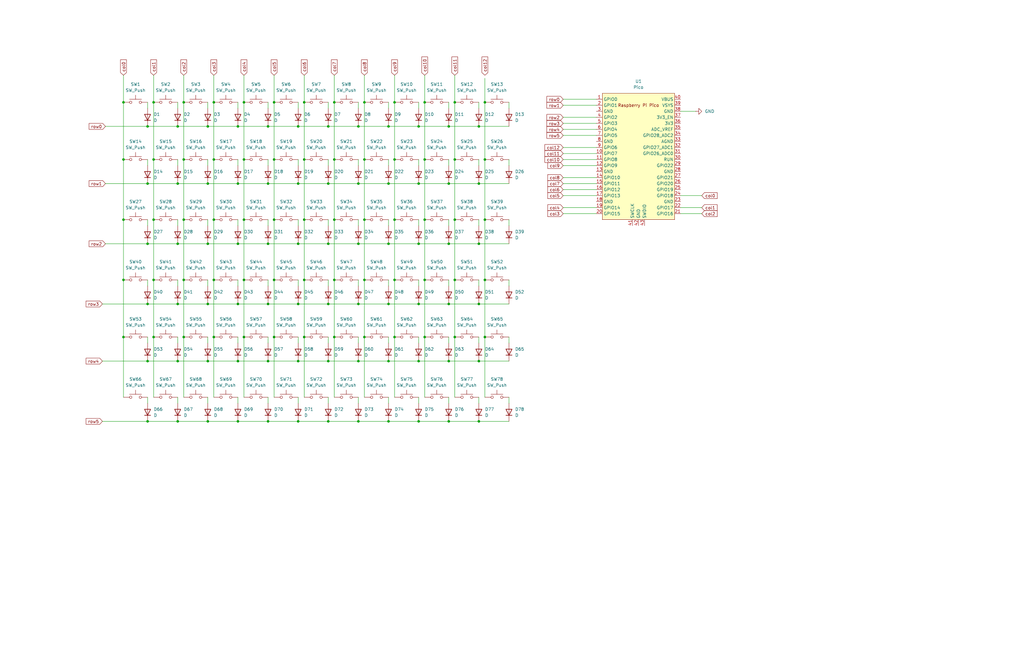
<source format=kicad_sch>
(kicad_sch (version 20231120) (generator "eeschema") (generator_version "8.0")
  (paper "B")
  (junction (at 204.47 67.31))
  (junction (at 77.47 142.24))
  (junction (at 201.93 177.8))
  (junction (at 138.43 177.8))
  (junction (at 189.23 77.47))
  (junction (at 100.33 77.47))
  (junction (at 74.93 152.4))
  (junction (at 90.17 67.31))
  (junction (at 62.23 128.27))
  (junction (at 191.77 142.24))
  (junction (at 176.53 152.4))
  (junction (at 179.07 67.31))
  (junction (at 138.43 128.27))
  (junction (at 153.67 142.24))
  (junction (at 151.13 128.27))
  (junction (at 166.37 92.71))
  (junction (at 87.63 77.47))
  (junction (at 204.47 43.18))
  (junction (at 87.63 152.4))
  (junction (at 138.43 102.87))
  (junction (at 128.27 118.11))
  (junction (at 62.23 152.4))
  (junction (at 113.03 102.87))
  (junction (at 189.23 102.87))
  (junction (at 113.03 53.34))
  (junction (at 153.67 43.18))
  (junction (at 128.27 67.31))
  (junction (at 100.33 102.87))
  (junction (at 115.57 67.31))
  (junction (at 64.77 142.24))
  (junction (at 74.93 53.34))
  (junction (at 125.73 128.27))
  (junction (at 74.93 77.47))
  (junction (at 151.13 177.8))
  (junction (at 189.23 152.4))
  (junction (at 62.23 53.34))
  (junction (at 52.07 43.18))
  (junction (at 115.57 92.71))
  (junction (at 176.53 53.34))
  (junction (at 115.57 142.24))
  (junction (at 189.23 177.8))
  (junction (at 151.13 53.34))
  (junction (at 163.83 53.34))
  (junction (at 62.23 77.47))
  (junction (at 74.93 177.8))
  (junction (at 125.73 77.47))
  (junction (at 201.93 128.27))
  (junction (at 179.07 142.24))
  (junction (at 128.27 142.24))
  (junction (at 52.07 67.31))
  (junction (at 125.73 53.34))
  (junction (at 100.33 152.4))
  (junction (at 153.67 67.31))
  (junction (at 153.67 92.71))
  (junction (at 191.77 118.11))
  (junction (at 87.63 128.27))
  (junction (at 191.77 43.18))
  (junction (at 113.03 128.27))
  (junction (at 176.53 102.87))
  (junction (at 77.47 43.18))
  (junction (at 151.13 102.87))
  (junction (at 90.17 118.11))
  (junction (at 138.43 152.4))
  (junction (at 166.37 142.24))
  (junction (at 77.47 92.71))
  (junction (at 100.33 128.27))
  (junction (at 52.07 92.71))
  (junction (at 153.67 118.11))
  (junction (at 125.73 152.4))
  (junction (at 102.87 118.11))
  (junction (at 102.87 92.71))
  (junction (at 151.13 77.47))
  (junction (at 87.63 177.8))
  (junction (at 64.77 118.11))
  (junction (at 87.63 53.34))
  (junction (at 166.37 43.18))
  (junction (at 140.97 118.11))
  (junction (at 176.53 128.27))
  (junction (at 90.17 92.71))
  (junction (at 64.77 92.71))
  (junction (at 140.97 92.71))
  (junction (at 138.43 77.47))
  (junction (at 166.37 67.31))
  (junction (at 100.33 53.34))
  (junction (at 140.97 43.18))
  (junction (at 201.93 152.4))
  (junction (at 201.93 53.34))
  (junction (at 64.77 43.18))
  (junction (at 128.27 43.18))
  (junction (at 128.27 92.71))
  (junction (at 100.33 177.8))
  (junction (at 113.03 77.47))
  (junction (at 52.07 118.11))
  (junction (at 163.83 152.4))
  (junction (at 163.83 102.87))
  (junction (at 87.63 102.87))
  (junction (at 90.17 43.18))
  (junction (at 204.47 118.11))
  (junction (at 140.97 67.31))
  (junction (at 62.23 177.8))
  (junction (at 74.93 102.87))
  (junction (at 138.43 53.34))
  (junction (at 102.87 43.18))
  (junction (at 201.93 102.87))
  (junction (at 163.83 177.8))
  (junction (at 74.93 128.27))
  (junction (at 191.77 92.71))
  (junction (at 201.93 77.47))
  (junction (at 176.53 77.47))
  (junction (at 151.13 152.4))
  (junction (at 179.07 118.11))
  (junction (at 102.87 67.31))
  (junction (at 140.97 142.24))
  (junction (at 77.47 118.11))
  (junction (at 62.23 102.87))
  (junction (at 64.77 67.31))
  (junction (at 166.37 118.11))
  (junction (at 179.07 92.71))
  (junction (at 102.87 142.24))
  (junction (at 163.83 128.27))
  (junction (at 204.47 142.24))
  (junction (at 52.07 142.24))
  (junction (at 204.47 92.71))
  (junction (at 125.73 177.8))
  (junction (at 77.47 67.31))
  (junction (at 113.03 152.4))
  (junction (at 115.57 118.11))
  (junction (at 179.07 43.18))
  (junction (at 176.53 177.8))
  (junction (at 191.77 67.31))
  (junction (at 115.57 43.18))
  (junction (at 90.17 142.24))
  (junction (at 163.83 77.47))
  (junction (at 125.73 102.87))
  (junction (at 189.23 53.34))
  (junction (at 113.03 177.8))
  (junction (at 189.23 128.27))
  (wire (pts (xy 191.77 142.24) (xy 191.77 167.64)))
  (wire (pts (xy 287.02 46.99) (xy 293.37 46.99)))
  (wire (pts (xy 237.49 49.53) (xy 251.46 49.53)))
  (wire (pts (xy 138.43 167.64) (xy 138.43 170.18)))
  (wire (pts (xy 87.63 128.27) (xy 100.33 128.27)))
  (wire (pts (xy 115.57 31.75) (xy 115.57 43.18)))
  (wire (pts (xy 189.23 118.11) (xy 189.23 120.65)))
  (wire (pts (xy 163.83 43.18) (xy 163.83 45.72)))
  (wire (pts (xy 44.45 102.87) (xy 62.23 102.87)))
  (wire (pts (xy 102.87 67.31) (xy 102.87 92.71)))
  (wire (pts (xy 125.73 77.47) (xy 138.43 77.47)))
  (wire (pts (xy 191.77 31.75) (xy 191.77 43.18)))
  (wire (pts (xy 62.23 53.34) (xy 74.93 53.34)))
  (wire (pts (xy 125.73 92.71) (xy 125.73 95.25)))
  (wire (pts (xy 151.13 67.31) (xy 151.13 69.85)))
  (wire (pts (xy 138.43 142.24) (xy 138.43 144.78)))
  (wire (pts (xy 163.83 67.31) (xy 163.83 69.85)))
  (wire (pts (xy 237.49 54.61) (xy 251.46 54.61)))
  (wire (pts (xy 113.03 167.64) (xy 113.03 170.18)))
  (wire (pts (xy 62.23 167.64) (xy 62.23 170.18)))
  (wire (pts (xy 163.83 77.47) (xy 176.53 77.47)))
  (wire (pts (xy 179.07 31.75) (xy 179.07 43.18)))
  (wire (pts (xy 90.17 43.18) (xy 90.17 67.31)))
  (wire (pts (xy 151.13 167.64) (xy 151.13 170.18)))
  (wire (pts (xy 125.73 118.11) (xy 125.73 120.65)))
  (wire (pts (xy 201.93 152.4) (xy 214.63 152.4)))
  (wire (pts (xy 52.07 31.75) (xy 52.07 43.18)))
  (wire (pts (xy 237.49 74.93) (xy 251.46 74.93)))
  (wire (pts (xy 153.67 43.18) (xy 153.67 67.31)))
  (wire (pts (xy 201.93 67.31) (xy 201.93 69.85)))
  (wire (pts (xy 100.33 43.18) (xy 100.33 45.72)))
  (wire (pts (xy 87.63 167.64) (xy 87.63 170.18)))
  (wire (pts (xy 87.63 152.4) (xy 100.33 152.4)))
  (wire (pts (xy 189.23 152.4) (xy 201.93 152.4)))
  (wire (pts (xy 87.63 53.34) (xy 100.33 53.34)))
  (wire (pts (xy 74.93 152.4) (xy 87.63 152.4)))
  (wire (pts (xy 287.02 90.17) (xy 295.91 90.17)))
  (wire (pts (xy 176.53 142.24) (xy 176.53 144.78)))
  (wire (pts (xy 176.53 167.64) (xy 176.53 170.18)))
  (wire (pts (xy 87.63 177.8) (xy 100.33 177.8)))
  (wire (pts (xy 189.23 167.64) (xy 189.23 170.18)))
  (wire (pts (xy 115.57 142.24) (xy 115.57 167.64)))
  (wire (pts (xy 138.43 53.34) (xy 151.13 53.34)))
  (wire (pts (xy 201.93 177.8) (xy 214.63 177.8)))
  (wire (pts (xy 113.03 128.27) (xy 125.73 128.27)))
  (wire (pts (xy 125.73 67.31) (xy 125.73 69.85)))
  (wire (pts (xy 74.93 128.27) (xy 87.63 128.27)))
  (wire (pts (xy 52.07 142.24) (xy 52.07 167.64)))
  (wire (pts (xy 237.49 82.55) (xy 251.46 82.55)))
  (wire (pts (xy 287.02 87.63) (xy 295.91 87.63)))
  (wire (pts (xy 74.93 92.71) (xy 74.93 95.25)))
  (wire (pts (xy 140.97 67.31) (xy 140.97 92.71)))
  (wire (pts (xy 43.18 128.27) (xy 62.23 128.27)))
  (wire (pts (xy 77.47 142.24) (xy 77.47 167.64)))
  (wire (pts (xy 189.23 177.8) (xy 201.93 177.8)))
  (wire (pts (xy 52.07 92.71) (xy 52.07 118.11)))
  (wire (pts (xy 201.93 142.24) (xy 201.93 144.78)))
  (wire (pts (xy 125.73 43.18) (xy 125.73 45.72)))
  (wire (pts (xy 113.03 77.47) (xy 125.73 77.47)))
  (wire (pts (xy 151.13 118.11) (xy 151.13 120.65)))
  (wire (pts (xy 100.33 152.4) (xy 113.03 152.4)))
  (wire (pts (xy 179.07 118.11) (xy 179.07 142.24)))
  (wire (pts (xy 138.43 152.4) (xy 151.13 152.4)))
  (wire (pts (xy 74.93 118.11) (xy 74.93 120.65)))
  (wire (pts (xy 100.33 92.71) (xy 100.33 95.25)))
  (wire (pts (xy 201.93 167.64) (xy 201.93 170.18)))
  (wire (pts (xy 90.17 92.71) (xy 90.17 118.11)))
  (wire (pts (xy 125.73 142.24) (xy 125.73 144.78)))
  (wire (pts (xy 237.49 77.47) (xy 251.46 77.47)))
  (wire (pts (xy 214.63 67.31) (xy 214.63 69.85)))
  (wire (pts (xy 151.13 53.34) (xy 163.83 53.34)))
  (wire (pts (xy 62.23 118.11) (xy 62.23 120.65)))
  (wire (pts (xy 128.27 92.71) (xy 128.27 118.11)))
  (wire (pts (xy 166.37 92.71) (xy 166.37 118.11)))
  (wire (pts (xy 191.77 118.11) (xy 191.77 142.24)))
  (wire (pts (xy 62.23 128.27) (xy 74.93 128.27)))
  (wire (pts (xy 166.37 142.24) (xy 166.37 167.64)))
  (wire (pts (xy 74.93 177.8) (xy 87.63 177.8)))
  (wire (pts (xy 237.49 90.17) (xy 251.46 90.17)))
  (wire (pts (xy 74.93 102.87) (xy 87.63 102.87)))
  (wire (pts (xy 113.03 177.8) (xy 125.73 177.8)))
  (wire (pts (xy 153.67 142.24) (xy 153.67 167.64)))
  (wire (pts (xy 163.83 167.64) (xy 163.83 170.18)))
  (wire (pts (xy 163.83 177.8) (xy 176.53 177.8)))
  (wire (pts (xy 90.17 118.11) (xy 90.17 142.24)))
  (wire (pts (xy 191.77 67.31) (xy 191.77 92.71)))
  (wire (pts (xy 102.87 92.71) (xy 102.87 118.11)))
  (wire (pts (xy 237.49 67.31) (xy 251.46 67.31)))
  (wire (pts (xy 237.49 57.15) (xy 251.46 57.15)))
  (wire (pts (xy 151.13 128.27) (xy 163.83 128.27)))
  (wire (pts (xy 128.27 67.31) (xy 128.27 92.71)))
  (wire (pts (xy 163.83 152.4) (xy 176.53 152.4)))
  (wire (pts (xy 204.47 43.18) (xy 204.47 67.31)))
  (wire (pts (xy 113.03 92.71) (xy 113.03 95.25)))
  (wire (pts (xy 140.97 142.24) (xy 140.97 167.64)))
  (wire (pts (xy 176.53 152.4) (xy 189.23 152.4)))
  (wire (pts (xy 237.49 41.91) (xy 251.46 41.91)))
  (wire (pts (xy 125.73 177.8) (xy 138.43 177.8)))
  (wire (pts (xy 140.97 118.11) (xy 140.97 142.24)))
  (wire (pts (xy 64.77 67.31) (xy 64.77 92.71)))
  (wire (pts (xy 74.93 53.34) (xy 87.63 53.34)))
  (wire (pts (xy 64.77 31.75) (xy 64.77 43.18)))
  (wire (pts (xy 100.33 67.31) (xy 100.33 69.85)))
  (wire (pts (xy 62.23 92.71) (xy 62.23 95.25)))
  (wire (pts (xy 166.37 31.75) (xy 166.37 43.18)))
  (wire (pts (xy 151.13 142.24) (xy 151.13 144.78)))
  (wire (pts (xy 204.47 118.11) (xy 204.47 142.24)))
  (wire (pts (xy 237.49 69.85) (xy 251.46 69.85)))
  (wire (pts (xy 62.23 177.8) (xy 74.93 177.8)))
  (wire (pts (xy 237.49 52.07) (xy 251.46 52.07)))
  (wire (pts (xy 163.83 53.34) (xy 176.53 53.34)))
  (wire (pts (xy 176.53 177.8) (xy 189.23 177.8)))
  (wire (pts (xy 140.97 92.71) (xy 140.97 118.11)))
  (wire (pts (xy 125.73 152.4) (xy 138.43 152.4)))
  (wire (pts (xy 176.53 77.47) (xy 189.23 77.47)))
  (wire (pts (xy 113.03 102.87) (xy 125.73 102.87)))
  (wire (pts (xy 166.37 67.31) (xy 166.37 92.71)))
  (wire (pts (xy 77.47 118.11) (xy 77.47 142.24)))
  (wire (pts (xy 44.45 77.47) (xy 62.23 77.47)))
  (wire (pts (xy 128.27 142.24) (xy 128.27 167.64)))
  (wire (pts (xy 176.53 43.18) (xy 176.53 45.72)))
  (wire (pts (xy 43.18 177.8) (xy 62.23 177.8)))
  (wire (pts (xy 74.93 167.64) (xy 74.93 170.18)))
  (wire (pts (xy 62.23 152.4) (xy 74.93 152.4)))
  (wire (pts (xy 87.63 118.11) (xy 87.63 120.65)))
  (wire (pts (xy 64.77 92.71) (xy 64.77 118.11)))
  (wire (pts (xy 237.49 87.63) (xy 251.46 87.63)))
  (wire (pts (xy 201.93 92.71) (xy 201.93 95.25)))
  (wire (pts (xy 201.93 77.47) (xy 214.63 77.47)))
  (wire (pts (xy 113.03 152.4) (xy 125.73 152.4)))
  (wire (pts (xy 163.83 102.87) (xy 176.53 102.87)))
  (wire (pts (xy 163.83 92.71) (xy 163.83 95.25)))
  (wire (pts (xy 179.07 43.18) (xy 179.07 67.31)))
  (wire (pts (xy 113.03 43.18) (xy 113.03 45.72)))
  (wire (pts (xy 237.49 44.45) (xy 251.46 44.45)))
  (wire (pts (xy 52.07 118.11) (xy 52.07 142.24)))
  (wire (pts (xy 125.73 102.87) (xy 138.43 102.87)))
  (wire (pts (xy 100.33 128.27) (xy 113.03 128.27)))
  (wire (pts (xy 237.49 64.77) (xy 251.46 64.77)))
  (wire (pts (xy 77.47 31.75) (xy 77.47 43.18)))
  (wire (pts (xy 151.13 102.87) (xy 163.83 102.87)))
  (wire (pts (xy 163.83 128.27) (xy 176.53 128.27)))
  (wire (pts (xy 191.77 92.71) (xy 191.77 118.11)))
  (wire (pts (xy 287.02 82.55) (xy 295.91 82.55)))
  (wire (pts (xy 115.57 118.11) (xy 115.57 142.24)))
  (wire (pts (xy 176.53 92.71) (xy 176.53 95.25)))
  (wire (pts (xy 153.67 118.11) (xy 153.67 142.24)))
  (wire (pts (xy 138.43 67.31) (xy 138.43 69.85)))
  (wire (pts (xy 140.97 31.75) (xy 140.97 43.18)))
  (wire (pts (xy 201.93 43.18) (xy 201.93 45.72)))
  (wire (pts (xy 189.23 77.47) (xy 201.93 77.47)))
  (wire (pts (xy 166.37 43.18) (xy 166.37 67.31)))
  (wire (pts (xy 179.07 67.31) (xy 179.07 92.71)))
  (wire (pts (xy 62.23 67.31) (xy 62.23 69.85)))
  (wire (pts (xy 74.93 67.31) (xy 74.93 69.85)))
  (wire (pts (xy 189.23 67.31) (xy 189.23 69.85)))
  (wire (pts (xy 163.83 118.11) (xy 163.83 120.65)))
  (wire (pts (xy 204.47 67.31) (xy 204.47 92.71)))
  (wire (pts (xy 153.67 31.75) (xy 153.67 43.18)))
  (wire (pts (xy 138.43 128.27) (xy 151.13 128.27)))
  (wire (pts (xy 201.93 53.34) (xy 214.63 53.34)))
  (wire (pts (xy 189.23 92.71) (xy 189.23 95.25)))
  (wire (pts (xy 201.93 102.87) (xy 214.63 102.87)))
  (wire (pts (xy 44.45 53.34) (xy 62.23 53.34)))
  (wire (pts (xy 100.33 118.11) (xy 100.33 120.65)))
  (wire (pts (xy 125.73 128.27) (xy 138.43 128.27)))
  (wire (pts (xy 151.13 177.8) (xy 163.83 177.8)))
  (wire (pts (xy 214.63 92.71) (xy 214.63 95.25)))
  (wire (pts (xy 77.47 67.31) (xy 77.47 92.71)))
  (wire (pts (xy 237.49 62.23) (xy 251.46 62.23)))
  (wire (pts (xy 204.47 142.24) (xy 204.47 167.64)))
  (wire (pts (xy 87.63 77.47) (xy 100.33 77.47)))
  (wire (pts (xy 62.23 43.18) (xy 62.23 45.72)))
  (wire (pts (xy 140.97 43.18) (xy 140.97 67.31)))
  (wire (pts (xy 100.33 167.64) (xy 100.33 170.18)))
  (wire (pts (xy 151.13 43.18) (xy 151.13 45.72)))
  (wire (pts (xy 102.87 118.11) (xy 102.87 142.24)))
  (wire (pts (xy 153.67 92.71) (xy 153.67 118.11)))
  (wire (pts (xy 113.03 67.31) (xy 113.03 69.85)))
  (wire (pts (xy 113.03 53.34) (xy 125.73 53.34)))
  (wire (pts (xy 176.53 67.31) (xy 176.53 69.85)))
  (wire (pts (xy 125.73 167.64) (xy 125.73 170.18)))
  (wire (pts (xy 179.07 92.71) (xy 179.07 118.11)))
  (wire (pts (xy 115.57 92.71) (xy 115.57 118.11)))
  (wire (pts (xy 64.77 142.24) (xy 64.77 167.64)))
  (wire (pts (xy 189.23 43.18) (xy 189.23 45.72)))
  (wire (pts (xy 87.63 67.31) (xy 87.63 69.85)))
  (wire (pts (xy 113.03 142.24) (xy 113.03 144.78)))
  (wire (pts (xy 151.13 152.4) (xy 163.83 152.4)))
  (wire (pts (xy 100.33 77.47) (xy 113.03 77.47)))
  (wire (pts (xy 128.27 118.11) (xy 128.27 142.24)))
  (wire (pts (xy 90.17 67.31) (xy 90.17 92.71)))
  (wire (pts (xy 102.87 142.24) (xy 102.87 167.64)))
  (wire (pts (xy 128.27 31.75) (xy 128.27 43.18)))
  (wire (pts (xy 138.43 177.8) (xy 151.13 177.8)))
  (wire (pts (xy 87.63 43.18) (xy 87.63 45.72)))
  (wire (pts (xy 237.49 80.01) (xy 251.46 80.01)))
  (wire (pts (xy 204.47 33.02) (xy 204.47 43.18)))
  (wire (pts (xy 90.17 142.24) (xy 90.17 167.64)))
  (wire (pts (xy 191.77 43.18) (xy 191.77 67.31)))
  (wire (pts (xy 201.93 118.11) (xy 201.93 120.65)))
  (wire (pts (xy 102.87 31.75) (xy 102.87 43.18)))
  (wire (pts (xy 176.53 53.34) (xy 189.23 53.34)))
  (wire (pts (xy 87.63 102.87) (xy 100.33 102.87)))
  (wire (pts (xy 138.43 77.47) (xy 151.13 77.47)))
  (wire (pts (xy 153.67 67.31) (xy 153.67 92.71)))
  (wire (pts (xy 214.63 142.24) (xy 214.63 144.78)))
  (wire (pts (xy 74.93 43.18) (xy 74.93 45.72)))
  (wire (pts (xy 62.23 77.47) (xy 74.93 77.47)))
  (wire (pts (xy 87.63 142.24) (xy 87.63 144.78)))
  (wire (pts (xy 100.33 177.8) (xy 113.03 177.8)))
  (wire (pts (xy 62.23 142.24) (xy 62.23 144.78)))
  (wire (pts (xy 125.73 53.34) (xy 138.43 53.34)))
  (wire (pts (xy 189.23 102.87) (xy 201.93 102.87)))
  (wire (pts (xy 214.63 118.11) (xy 214.63 120.65)))
  (wire (pts (xy 100.33 102.87) (xy 113.03 102.87)))
  (wire (pts (xy 62.23 102.87) (xy 74.93 102.87)))
  (wire (pts (xy 100.33 53.34) (xy 113.03 53.34)))
  (wire (pts (xy 138.43 102.87) (xy 151.13 102.87)))
  (wire (pts (xy 74.93 142.24) (xy 74.93 144.78)))
  (wire (pts (xy 201.93 128.27) (xy 214.63 128.27)))
  (wire (pts (xy 176.53 102.87) (xy 189.23 102.87)))
  (wire (pts (xy 138.43 118.11) (xy 138.43 120.65)))
  (wire (pts (xy 100.33 142.24) (xy 100.33 144.78)))
  (wire (pts (xy 52.07 67.31) (xy 52.07 92.71)))
  (wire (pts (xy 138.43 43.18) (xy 138.43 45.72)))
  (wire (pts (xy 166.37 118.11) (xy 166.37 142.24)))
  (wire (pts (xy 151.13 77.47) (xy 163.83 77.47)))
  (wire (pts (xy 64.77 43.18) (xy 64.77 67.31)))
  (wire (pts (xy 128.27 43.18) (xy 128.27 67.31)))
  (wire (pts (xy 189.23 128.27) (xy 201.93 128.27)))
  (wire (pts (xy 43.18 152.4) (xy 62.23 152.4)))
  (wire (pts (xy 115.57 67.31) (xy 115.57 92.71)))
  (wire (pts (xy 176.53 118.11) (xy 176.53 120.65)))
  (wire (pts (xy 179.07 142.24) (xy 179.07 167.64)))
  (wire (pts (xy 87.63 92.71) (xy 87.63 95.25)))
  (wire (pts (xy 176.53 128.27) (xy 189.23 128.27)))
  (wire (pts (xy 189.23 53.34) (xy 201.93 53.34)))
  (wire (pts (xy 138.43 92.71) (xy 138.43 95.25)))
  (wire (pts (xy 52.07 43.18) (xy 52.07 67.31)))
  (wire (pts (xy 74.93 77.47) (xy 87.63 77.47)))
  (wire (pts (xy 102.87 43.18) (xy 102.87 67.31)))
  (wire (pts (xy 214.63 43.18) (xy 214.63 45.72)))
  (wire (pts (xy 163.83 142.24) (xy 163.83 144.78)))
  (wire (pts (xy 64.77 118.11) (xy 64.77 142.24)))
  (wire (pts (xy 151.13 92.71) (xy 151.13 95.25)))
  (wire (pts (xy 77.47 92.71) (xy 77.47 118.11)))
  (wire (pts (xy 189.23 142.24) (xy 189.23 144.78)))
  (wire (pts (xy 214.63 167.64) (xy 214.63 170.18)))
  (wire (pts (xy 115.57 43.18) (xy 115.57 67.31)))
  (wire (pts (xy 113.03 118.11) (xy 113.03 120.65)))
  (wire (pts (xy 90.17 31.75) (xy 90.17 43.18)))
  (wire (pts (xy 204.47 92.71) (xy 204.47 118.11)))
  (wire (pts (xy 77.47 43.18) (xy 77.47 67.31)))
  (global_label "col8" (shape input) (at 153.67 31.75 90) (property "Intersheetrefs" "${INTERSHEET_REFS}" (effects (hide yes))))
  (global_label "col11" (shape input) (at 191.77 31.75 90) (property "Intersheetrefs" "${INTERSHEET_REFS}" (effects (hide yes))))
  (global_label "row4" (shape input) (at 237.49 54.61 180) (property "Intersheetrefs" "${INTERSHEET_REFS}" (effects (hide yes))))
  (global_label "row1" (shape input) (at 237.49 44.45 180) (property "Intersheetrefs" "${INTERSHEET_REFS}" (effects (hide yes))))
  (global_label "row0" (shape input) (at 44.45 53.34 180) (property "Intersheetrefs" "${INTERSHEET_REFS}" (effects (hide yes))))
  (global_label "col6" (shape input) (at 237.49 80.01 180) (property "Intersheetrefs" "${INTERSHEET_REFS}" (effects (hide yes))))
  (global_label "row2" (shape input) (at 237.49 49.53 180) (property "Intersheetrefs" "${INTERSHEET_REFS}" (effects (hide yes))))
  (global_label "col0" (shape input) (at 295.91 82.55 0) (property "Intersheetrefs" "${INTERSHEET_REFS}" (effects (hide yes))))
  (global_label "col1" (shape input) (at 295.91 87.63 0) (property "Intersheetrefs" "${INTERSHEET_REFS}" (effects (hide yes))))
  (global_label "col10" (shape input) (at 237.49 67.31 180) (property "Intersheetrefs" "${INTERSHEET_REFS}" (effects (hide yes))))
  (global_label "col10" (shape input) (at 179.07 31.75 90) (property "Intersheetrefs" "${INTERSHEET_REFS}" (effects (hide yes))))
  (global_label "col12" (shape input) (at 204.47 31.75 90) (property "Intersheetrefs" "${INTERSHEET_REFS}" (effects (hide yes))))
  (global_label "col9" (shape input) (at 166.37 31.75 90) (property "Intersheetrefs" "${INTERSHEET_REFS}" (effects (hide yes))))
  (global_label "row4" (shape input) (at 43.18 152.4 180) (property "Intersheetrefs" "${INTERSHEET_REFS}" (effects (hide yes))))
  (global_label "col11" (shape input) (at 237.49 64.77 180) (property "Intersheetrefs" "${INTERSHEET_REFS}" (effects (hide yes))))
  (global_label "row2" (shape input) (at 44.45 102.87 180) (property "Intersheetrefs" "${INTERSHEET_REFS}" (effects (hide yes))))
  (global_label "col1" (shape input) (at 64.77 31.75 90) (property "Intersheetrefs" "${INTERSHEET_REFS}" (effects (hide yes))))
  (global_label "col7" (shape input) (at 237.49 77.47 180) (property "Intersheetrefs" "${INTERSHEET_REFS}" (effects (hide yes))))
  (global_label "col6" (shape input) (at 128.27 31.75 90) (property "Intersheetrefs" "${INTERSHEET_REFS}" (effects (hide yes))))
  (global_label "col9" (shape input) (at 237.49 69.85 180) (property "Intersheetrefs" "${INTERSHEET_REFS}" (effects (hide yes))))
  (global_label "col8" (shape input) (at 237.49 74.93 180) (property "Intersheetrefs" "${INTERSHEET_REFS}" (effects (hide yes))))
  (global_label "row5" (shape input) (at 43.18 177.8 180) (property "Intersheetrefs" "${INTERSHEET_REFS}" (effects (hide yes))))
  (global_label "col2" (shape input) (at 295.91 90.17 0) (property "Intersheetrefs" "${INTERSHEET_REFS}" (effects (hide yes))))
  (global_label "col3" (shape input) (at 90.17 31.75 90) (property "Intersheetrefs" "${INTERSHEET_REFS}" (effects (hide yes))))
  (global_label "col5" (shape input) (at 115.57 31.75 90) (property "Intersheetrefs" "${INTERSHEET_REFS}" (effects (hide yes))))
  (global_label "col5" (shape input) (at 237.49 82.55 180) (property "Intersheetrefs" "${INTERSHEET_REFS}" (effects (hide yes))))
  (global_label "col4" (shape input) (at 102.87 31.75 90) (property "Intersheetrefs" "${INTERSHEET_REFS}" (effects (hide yes))))
  (global_label "col4" (shape input) (at 237.49 87.63 180) (property "Intersheetrefs" "${INTERSHEET_REFS}" (effects (hide yes))))
  (global_label "row3" (shape input) (at 237.49 52.07 180) (property "Intersheetrefs" "${INTERSHEET_REFS}" (effects (hide yes))))
  (global_label "col7" (shape input) (at 140.97 31.75 90) (property "Intersheetrefs" "${INTERSHEET_REFS}" (effects (hide yes))))
  (global_label "row5" (shape input) (at 237.49 57.15 180) (property "Intersheetrefs" "${INTERSHEET_REFS}" (effects (hide yes))))
  (global_label "row0" (shape input) (at 237.49 41.91 180) (property "Intersheetrefs" "${INTERSHEET_REFS}" (effects (hide yes))))
  (global_label "col12" (shape input) (at 237.49 62.23 180) (property "Intersheetrefs" "${INTERSHEET_REFS}" (effects (hide yes))))
  (global_label "col3" (shape input) (at 237.49 90.17 180) (property "Intersheetrefs" "${INTERSHEET_REFS}" (effects (hide yes))))
  (global_label "col2" (shape input) (at 77.47 31.75 90) (property "Intersheetrefs" "${INTERSHEET_REFS}" (effects (hide yes))))
  (global_label "col0" (shape input) (at 52.07 31.75 90) (property "Intersheetrefs" "${INTERSHEET_REFS}" (effects (hide yes))))
  (global_label "row3" (shape input) (at 43.18 128.27 180) (property "Intersheetrefs" "${INTERSHEET_REFS}" (effects (hide yes))))
  (global_label "row1" (shape input) (at 44.45 77.47 180) (property "Intersheetrefs" "${INTERSHEET_REFS}" (effects (hide yes))))
  (symbol (lib_id "Switch:SW_Push") (at 146.05 118.11 0) (unit 1)
    (property "Reference" "SW47" (at 146.05 110.49 0))
    (property "Value" "SW_Push" (at 146.05 113.03 0))
    (property "Description" "Push button switch, generic, two pins" (effects (hide yes)))
  )
  (symbol (lib_id "Device:D") (at 113.03 148.59 90) (unit 1)
    (property "Reference" "D57" (at 115.57 147.3199 90) (effects (justify right)))
    (property "Value" "D" (at 115.57 149.8599 90) (effects (justify right)))
    (property "Description" "Diode" (effects (hide yes)))
    (property "Sim.Device" "D" (effects (hide yes)))
    (property "Sim.Pins" "1=K 2=A" (effects (hide yes)))
  )
  (symbol (lib_id "Switch:SW_Push") (at 133.35 118.11 0) (unit 1)
    (property "Reference" "SW46" (at 133.35 110.49 0))
    (property "Value" "SW_Push" (at 133.35 113.03 0))
    (property "Description" "Push button switch, generic, two pins" (effects (hide yes)))
  )
  (symbol (lib_id "Switch:SW_Push") (at 171.45 118.11 0) (unit 1)
    (property "Reference" "SW49" (at 171.45 110.49 0))
    (property "Value" "SW_Push" (at 171.45 113.03 0))
    (property "Description" "Push button switch, generic, two pins" (effects (hide yes)))
  )
  (symbol (lib_id "Device:D") (at 100.33 124.46 90) (unit 1)
    (property "Reference" "D43" (at 102.87 123.1899 90) (effects (justify right)))
    (property "Value" "D" (at 102.87 125.7299 90) (effects (justify right)))
    (property "Description" "Diode" (effects (hide yes)))
    (property "Sim.Device" "D" (effects (hide yes)))
    (property "Sim.Pins" "1=K 2=A" (effects (hide yes)))
  )
  (symbol (lib_id "Device:D") (at 201.93 73.66 90) (unit 1)
    (property "Reference" "D25" (at 204.47 72.3899 90) (effects (justify right)))
    (property "Value" "D" (at 204.47 74.9299 90) (effects (justify right)))
    (property "Description" "Diode" (effects (hide yes)))
    (property "Sim.Device" "D" (effects (hide yes)))
    (property "Sim.Pins" "1=K 2=A" (effects (hide yes)))
  )
  (symbol (lib_id "MCU_RaspberryPi_and_Boards:Pico") (at 269.24 66.04 0) (unit 1)
    (property "Reference" "U1" (at 269.24 34.29 0))
    (property "Value" "Pico" (at 269.24 36.83 0))
    (property "Footprint" "Module:RaspberryPi_Pico_Common_THT" (effects (hide yes)))
  )
  (symbol (lib_id "Switch:SW_Push") (at 196.85 43.18 0) (unit 1)
    (property "Reference" "SW12" (at 196.85 35.56 0))
    (property "Value" "SW_Push" (at 196.85 38.1 0))
    (property "Description" "Push button switch, generic, two pins" (effects (hide yes)))
  )
  (symbol (lib_id "Device:D") (at 214.63 99.06 90) (unit 1)
    (property "Reference" "D39" (at 217.17 97.7899 90) (effects (justify right)))
    (property "Value" "D" (at 217.17 100.3299 90) (effects (justify right)))
    (property "Description" "Diode" (effects (hide yes)))
    (property "Sim.Device" "D" (effects (hide yes)))
    (property "Sim.Pins" "1=K 2=A" (effects (hide yes)))
  )
  (symbol (lib_id "Switch:SW_Push") (at 95.25 43.18 0) (unit 1)
    (property "Reference" "SW4" (at 95.25 35.56 0))
    (property "Value" "SW_Push" (at 95.25 38.1 0))
    (property "Description" "Push button switch, generic, two pins" (effects (hide yes)))
  )
  (symbol (lib_id "Switch:SW_Push") (at 95.25 67.31 0) (unit 1)
    (property "Reference" "SW17" (at 95.25 59.69 0))
    (property "Value" "SW_Push" (at 95.25 62.23 0))
    (property "Description" "Push button switch, generic, two pins" (effects (hide yes)))
  )
  (symbol (lib_id "Switch:SW_Push") (at 120.65 67.31 0) (unit 1)
    (property "Reference" "SW19" (at 120.65 59.69 0))
    (property "Value" "SW_Push" (at 120.65 62.23 0))
    (property "Description" "Push button switch, generic, two pins" (effects (hide yes)))
  )
  (symbol (lib_id "Device:D") (at 113.03 124.46 90) (unit 1)
    (property "Reference" "D44" (at 115.57 123.1899 90) (effects (justify right)))
    (property "Value" "D" (at 115.57 125.7299 90) (effects (justify right)))
    (property "Description" "Diode" (effects (hide yes)))
    (property "Sim.Device" "D" (effects (hide yes)))
    (property "Sim.Pins" "1=K 2=A" (effects (hide yes)))
  )
  (symbol (lib_id "Device:D") (at 151.13 148.59 90) (unit 1)
    (property "Reference" "D60" (at 153.67 147.3199 90) (effects (justify right)))
    (property "Value" "D" (at 153.67 149.8599 90) (effects (justify right)))
    (property "Description" "Diode" (effects (hide yes)))
    (property "Sim.Device" "D" (effects (hide yes)))
    (property "Sim.Pins" "1=K 2=A" (effects (hide yes)))
  )
  (symbol (lib_id "Device:D") (at 214.63 124.46 90) (unit 1)
    (property "Reference" "D52" (at 217.17 123.1899 90) (effects (justify right)))
    (property "Value" "D" (at 217.17 125.7299 90) (effects (justify right)))
    (property "Description" "Diode" (effects (hide yes)))
    (property "Sim.Device" "D" (effects (hide yes)))
    (property "Sim.Pins" "1=K 2=A" (effects (hide yes)))
  )
  (symbol (lib_id "Device:D") (at 74.93 49.53 90) (unit 1)
    (property "Reference" "D2" (at 77.47 48.2599 90) (effects (justify right)))
    (property "Value" "D" (at 77.47 50.7999 90) (effects (justify right)))
    (property "Description" "Diode" (effects (hide yes)))
    (property "Sim.Device" "D" (effects (hide yes)))
    (property "Sim.Pins" "1=K 2=A" (effects (hide yes)))
  )
  (symbol (lib_id "Switch:SW_Push") (at 133.35 43.18 0) (unit 1)
    (property "Reference" "SW7" (at 133.35 35.56 0))
    (property "Value" "SW_Push" (at 133.35 38.1 0))
    (property "Description" "Push button switch, generic, two pins" (effects (hide yes)))
  )
  (symbol (lib_id "Switch:SW_Push") (at 171.45 142.24 0) (unit 1)
    (property "Reference" "SW62" (at 171.45 134.62 0))
    (property "Value" "SW_Push" (at 171.45 137.16 0))
    (property "Description" "Push button switch, generic, two pins" (effects (hide yes)))
  )
  (symbol (lib_id "Device:D") (at 125.73 49.53 90) (unit 1)
    (property "Reference" "D6" (at 128.27 48.2599 90) (effects (justify right)))
    (property "Value" "D" (at 128.27 50.7999 90) (effects (justify right)))
    (property "Description" "Diode" (effects (hide yes)))
    (property "Sim.Device" "D" (effects (hide yes)))
    (property "Sim.Pins" "1=K 2=A" (effects (hide yes)))
  )
  (symbol (lib_id "Switch:SW_Push") (at 184.15 92.71 0) (unit 1)
    (property "Reference" "SW37" (at 184.15 85.09 0))
    (property "Value" "SW_Push" (at 184.15 87.63 0))
    (property "Description" "Push button switch, generic, two pins" (effects (hide yes)))
  )
  (symbol (lib_id "Switch:SW_Push") (at 107.95 118.11 0) (unit 1)
    (property "Reference" "SW44" (at 107.95 110.49 0))
    (property "Value" "SW_Push" (at 107.95 113.03 0))
    (property "Description" "Push button switch, generic, two pins" (effects (hide yes)))
  )
  (symbol (lib_id "Device:D") (at 74.93 73.66 90) (unit 1)
    (property "Reference" "D15" (at 77.47 72.3899 90) (effects (justify right)))
    (property "Value" "D" (at 77.47 74.9299 90) (effects (justify right)))
    (property "Description" "Diode" (effects (hide yes)))
    (property "Sim.Device" "D" (effects (hide yes)))
    (property "Sim.Pins" "1=K 2=A" (effects (hide yes)))
  )
  (symbol (lib_id "Switch:SW_Push") (at 57.15 167.64 0) (unit 1)
    (property "Reference" "SW66" (at 57.15 160.02 0))
    (property "Value" "SW_Push" (at 57.15 162.56 0))
    (property "Description" "Push button switch, generic, two pins" (effects (hide yes)))
  )
  (symbol (lib_id "Switch:SW_Push") (at 209.55 92.71 0) (unit 1)
    (property "Reference" "SW39" (at 209.55 85.09 0))
    (property "Value" "SW_Push" (at 209.55 87.63 0))
    (property "Description" "Push button switch, generic, two pins" (effects (hide yes)))
  )
  (symbol (lib_id "Device:D") (at 189.23 124.46 90) (unit 1)
    (property "Reference" "D50" (at 191.77 123.1899 90) (effects (justify right)))
    (property "Value" "D" (at 191.77 125.7299 90) (effects (justify right)))
    (property "Description" "Diode" (effects (hide yes)))
    (property "Sim.Device" "D" (effects (hide yes)))
    (property "Sim.Pins" "1=K 2=A" (effects (hide yes)))
  )
  (symbol (lib_id "Device:D") (at 100.33 99.06 90) (unit 1)
    (property "Reference" "D30" (at 102.87 97.7899 90) (effects (justify right)))
    (property "Value" "D" (at 102.87 100.3299 90) (effects (justify right)))
    (property "Description" "Diode" (effects (hide yes)))
    (property "Sim.Device" "D" (effects (hide yes)))
    (property "Sim.Pins" "1=K 2=A" (effects (hide yes)))
  )
  (symbol (lib_id "Switch:SW_Push") (at 158.75 142.24 0) (unit 1)
    (property "Reference" "SW61" (at 158.75 134.62 0))
    (property "Value" "SW_Push" (at 158.75 137.16 0))
    (property "Description" "Push button switch, generic, two pins" (effects (hide yes)))
  )
  (symbol (lib_id "Switch:SW_Push") (at 82.55 67.31 0) (unit 1)
    (property "Reference" "SW16" (at 82.55 59.69 0))
    (property "Value" "SW_Push" (at 82.55 62.23 0))
    (property "Description" "Push button switch, generic, two pins" (effects (hide yes)))
  )
  (symbol (lib_id "Switch:SW_Push") (at 107.95 43.18 0) (unit 1)
    (property "Reference" "SW5" (at 107.95 35.56 0))
    (property "Value" "SW_Push" (at 107.95 38.1 0))
    (property "Description" "Push button switch, generic, two pins" (effects (hide yes)))
  )
  (symbol (lib_id "Device:D") (at 125.73 173.99 90) (unit 1)
    (property "Reference" "D71" (at 128.27 172.7199 90) (effects (justify right)))
    (property "Value" "D" (at 128.27 175.2599 90) (effects (justify right)))
    (property "Description" "Diode" (effects (hide yes)))
    (property "Sim.Device" "D" (effects (hide yes)))
    (property "Sim.Pins" "1=K 2=A" (effects (hide yes)))
  )
  (symbol (lib_id "Device:D") (at 62.23 99.06 90) (unit 1)
    (property "Reference" "D27" (at 64.77 97.7899 90) (effects (justify right)))
    (property "Value" "D" (at 64.77 100.3299 90) (effects (justify right)))
    (property "Description" "Diode" (effects (hide yes)))
    (property "Sim.Device" "D" (effects (hide yes)))
    (property "Sim.Pins" "1=K 2=A" (effects (hide yes)))
  )
  (symbol (lib_id "Switch:SW_Push") (at 107.95 92.71 0) (unit 1)
    (property "Reference" "SW31" (at 107.95 85.09 0))
    (property "Value" "SW_Push" (at 107.95 87.63 0))
    (property "Description" "Push button switch, generic, two pins" (effects (hide yes)))
  )
  (symbol (lib_id "Switch:SW_Push") (at 95.25 142.24 0) (unit 1)
    (property "Reference" "SW56" (at 95.25 134.62 0))
    (property "Value" "SW_Push" (at 95.25 137.16 0))
    (property "Description" "Push button switch, generic, two pins" (effects (hide yes)))
  )
  (symbol (lib_id "Device:D") (at 214.63 49.53 90) (unit 1)
    (property "Reference" "D13" (at 217.17 48.2599 90) (effects (justify right)))
    (property "Value" "D" (at 217.17 50.7999 90) (effects (justify right)))
    (property "Description" "Diode" (effects (hide yes)))
    (property "Sim.Device" "D" (effects (hide yes)))
    (property "Sim.Pins" "1=K 2=A" (effects (hide yes)))
  )
  (symbol (lib_id "Device:D") (at 201.93 173.99 90) (unit 1)
    (property "Reference" "D77" (at 204.47 172.7199 90) (effects (justify right)))
    (property "Value" "D" (at 204.47 175.2599 90) (effects (justify right)))
    (property "Description" "Diode" (effects (hide yes)))
    (property "Sim.Device" "D" (effects (hide yes)))
    (property "Sim.Pins" "1=K 2=A" (effects (hide yes)))
  )
  (symbol (lib_id "Device:D") (at 113.03 99.06 90) (unit 1)
    (property "Reference" "D31" (at 115.57 97.7899 90) (effects (justify right)))
    (property "Value" "D" (at 115.57 100.3299 90) (effects (justify right)))
    (property "Description" "Diode" (effects (hide yes)))
    (property "Sim.Device" "D" (effects (hide yes)))
    (property "Sim.Pins" "1=K 2=A" (effects (hide yes)))
  )
  (symbol (lib_id "Device:D") (at 113.03 173.99 90) (unit 1)
    (property "Reference" "D70" (at 115.57 172.7199 90) (effects (justify right)))
    (property "Value" "D" (at 115.57 175.2599 90) (effects (justify right)))
    (property "Description" "Diode" (effects (hide yes)))
    (property "Sim.Device" "D" (effects (hide yes)))
    (property "Sim.Pins" "1=K 2=A" (effects (hide yes)))
  )
  (symbol (lib_id "Device:D") (at 201.93 124.46 90) (unit 1)
    (property "Reference" "D51" (at 204.47 123.1899 90) (effects (justify right)))
    (property "Value" "D" (at 204.47 125.7299 90) (effects (justify right)))
    (property "Description" "Diode" (effects (hide yes)))
    (property "Sim.Device" "D" (effects (hide yes)))
    (property "Sim.Pins" "1=K 2=A" (effects (hide yes)))
  )
  (symbol (lib_id "Device:D") (at 87.63 73.66 90) (unit 1)
    (property "Reference" "D16" (at 90.17 72.3899 90) (effects (justify right)))
    (property "Value" "D" (at 90.17 74.9299 90) (effects (justify right)))
    (property "Description" "Diode" (effects (hide yes)))
    (property "Sim.Device" "D" (effects (hide yes)))
    (property "Sim.Pins" "1=K 2=A" (effects (hide yes)))
  )
  (symbol (lib_id "Device:D") (at 62.23 148.59 90) (unit 1)
    (property "Reference" "D53" (at 64.77 147.3199 90) (effects (justify right)))
    (property "Value" "D" (at 64.77 149.8599 90) (effects (justify right)))
    (property "Description" "Diode" (effects (hide yes)))
    (property "Sim.Device" "D" (effects (hide yes)))
    (property "Sim.Pins" "1=K 2=A" (effects (hide yes)))
  )
  (symbol (lib_id "Device:D") (at 151.13 73.66 90) (unit 1)
    (property "Reference" "D21" (at 153.67 72.3899 90) (effects (justify right)))
    (property "Value" "D" (at 153.67 74.9299 90) (effects (justify right)))
    (property "Description" "Diode" (effects (hide yes)))
    (property "Sim.Device" "D" (effects (hide yes)))
    (property "Sim.Pins" "1=K 2=A" (effects (hide yes)))
  )
  (symbol (lib_id "Device:D") (at 201.93 49.53 90) (unit 1)
    (property "Reference" "D12" (at 204.47 48.2599 90) (effects (justify right)))
    (property "Value" "D" (at 204.47 50.7999 90) (effects (justify right)))
    (property "Description" "Diode" (effects (hide yes)))
    (property "Sim.Device" "D" (effects (hide yes)))
    (property "Sim.Pins" "1=K 2=A" (effects (hide yes)))
  )
  (symbol (lib_id "Device:D") (at 176.53 124.46 90) (unit 1)
    (property "Reference" "D49" (at 179.07 123.1899 90) (effects (justify right)))
    (property "Value" "D" (at 179.07 125.7299 90) (effects (justify right)))
    (property "Description" "Diode" (effects (hide yes)))
    (property "Sim.Device" "D" (effects (hide yes)))
    (property "Sim.Pins" "1=K 2=A" (effects (hide yes)))
  )
  (symbol (lib_id "Device:D") (at 163.83 49.53 90) (unit 1)
    (property "Reference" "D9" (at 166.37 48.2599 90) (effects (justify right)))
    (property "Value" "D" (at 166.37 50.7999 90) (effects (justify right)))
    (property "Description" "Diode" (effects (hide yes)))
    (property "Sim.Device" "D" (effects (hide yes)))
    (property "Sim.Pins" "1=K 2=A" (effects (hide yes)))
  )
  (symbol (lib_id "Switch:SW_Push") (at 120.65 118.11 0) (unit 1)
    (property "Reference" "SW45" (at 120.65 110.49 0))
    (property "Value" "SW_Push" (at 120.65 113.03 0))
    (property "Description" "Push button switch, generic, two pins" (effects (hide yes)))
  )
  (symbol (lib_id "Switch:SW_Push") (at 184.15 118.11 0) (unit 1)
    (property "Reference" "SW50" (at 184.15 110.49 0))
    (property "Value" "SW_Push" (at 184.15 113.03 0))
    (property "Description" "Push button switch, generic, two pins" (effects (hide yes)))
  )
  (symbol (lib_id "Device:D") (at 74.93 148.59 90) (unit 1)
    (property "Reference" "D54" (at 77.47 147.3199 90) (effects (justify right)))
    (property "Value" "D" (at 77.47 149.8599 90) (effects (justify right)))
    (property "Description" "Diode" (effects (hide yes)))
    (property "Sim.Device" "D" (effects (hide yes)))
    (property "Sim.Pins" "1=K 2=A" (effects (hide yes)))
  )
  (symbol (lib_id "Device:D") (at 138.43 124.46 90) (unit 1)
    (property "Reference" "D46" (at 140.97 123.1899 90) (effects (justify right)))
    (property "Value" "D" (at 140.97 125.7299 90) (effects (justify right)))
    (property "Description" "Diode" (effects (hide yes)))
    (property "Sim.Device" "D" (effects (hide yes)))
    (property "Sim.Pins" "1=K 2=A" (effects (hide yes)))
  )
  (symbol (lib_id "Device:D") (at 201.93 148.59 90) (unit 1)
    (property "Reference" "D64" (at 204.47 147.3199 90) (effects (justify right)))
    (property "Value" "D" (at 204.47 149.8599 90) (effects (justify right)))
    (property "Description" "Diode" (effects (hide yes)))
    (property "Sim.Device" "D" (effects (hide yes)))
    (property "Sim.Pins" "1=K 2=A" (effects (hide yes)))
  )
  (symbol (lib_id "Switch:SW_Push") (at 120.65 167.64 0) (unit 1)
    (property "Reference" "SW71" (at 120.65 160.02 0))
    (property "Value" "SW_Push" (at 120.65 162.56 0))
    (property "Description" "Push button switch, generic, two pins" (effects (hide yes)))
  )
  (symbol (lib_id "Switch:SW_Push") (at 196.85 67.31 0) (unit 1)
    (property "Reference" "SW25" (at 196.85 59.69 0))
    (property "Value" "SW_Push" (at 196.85 62.23 0))
    (property "Description" "Push button switch, generic, two pins" (effects (hide yes)))
  )
  (symbol (lib_id "Device:D") (at 176.53 99.06 90) (unit 1)
    (property "Reference" "D36" (at 179.07 97.7899 90) (effects (justify right)))
    (property "Value" "D" (at 179.07 100.3299 90) (effects (justify right)))
    (property "Description" "Diode" (effects (hide yes)))
    (property "Sim.Device" "D" (effects (hide yes)))
    (property "Sim.Pins" "1=K 2=A" (effects (hide yes)))
  )
  (symbol (lib_id "Switch:SW_Push") (at 82.55 142.24 0) (unit 1)
    (property "Reference" "SW55" (at 82.55 134.62 0))
    (property "Value" "SW_Push" (at 82.55 137.16 0))
    (property "Description" "Push button switch, generic, two pins" (effects (hide yes)))
  )
  (symbol (lib_id "Switch:SW_Push") (at 82.55 92.71 0) (unit 1)
    (property "Reference" "SW29" (at 82.55 85.09 0))
    (property "Value" "SW_Push" (at 82.55 87.63 0))
    (property "Description" "Push button switch, generic, two pins" (effects (hide yes)))
  )
  (symbol (lib_id "Device:D") (at 62.23 124.46 90) (unit 1)
    (property "Reference" "D40" (at 64.77 123.1899 90) (effects (justify right)))
    (property "Value" "D" (at 64.77 125.7299 90) (effects (justify right)))
    (property "Description" "Diode" (effects (hide yes)))
    (property "Sim.Device" "D" (effects (hide yes)))
    (property "Sim.Pins" "1=K 2=A" (effects (hide yes)))
  )
  (symbol (lib_id "Device:D") (at 74.93 124.46 90) (unit 1)
    (property "Reference" "D41" (at 77.47 123.1899 90) (effects (justify right)))
    (property "Value" "D" (at 77.47 125.7299 90) (effects (justify right)))
    (property "Description" "Diode" (effects (hide yes)))
    (property "Sim.Device" "D" (effects (hide yes)))
    (property "Sim.Pins" "1=K 2=A" (effects (hide yes)))
  )
  (symbol (lib_id "Device:D") (at 151.13 49.53 90) (unit 1)
    (property "Reference" "D8" (at 153.67 48.2599 90) (effects (justify right)))
    (property "Value" "D" (at 153.67 50.7999 90) (effects (justify right)))
    (property "Description" "Diode" (effects (hide yes)))
    (property "Sim.Device" "D" (effects (hide yes)))
    (property "Sim.Pins" "1=K 2=A" (effects (hide yes)))
  )
  (symbol (lib_id "Device:D") (at 100.33 148.59 90) (unit 1)
    (property "Reference" "D56" (at 102.87 147.3199 90) (effects (justify right)))
    (property "Value" "D" (at 102.87 149.8599 90) (effects (justify right)))
    (property "Description" "Diode" (effects (hide yes)))
    (property "Sim.Device" "D" (effects (hide yes)))
    (property "Sim.Pins" "1=K 2=A" (effects (hide yes)))
  )
  (symbol (lib_id "Device:D") (at 125.73 73.66 90) (unit 1)
    (property "Reference" "D19" (at 128.27 72.3899 90) (effects (justify right)))
    (property "Value" "D" (at 128.27 74.9299 90) (effects (justify right)))
    (property "Description" "Diode" (effects (hide yes)))
    (property "Sim.Device" "D" (effects (hide yes)))
    (property "Sim.Pins" "1=K 2=A" (effects (hide yes)))
  )
  (symbol (lib_id "Switch:SW_Push") (at 158.75 167.64 0) (unit 1)
    (property "Reference" "SW74" (at 158.75 160.02 0))
    (property "Value" "SW_Push" (at 158.75 162.56 0))
    (property "Description" "Push button switch, generic, two pins" (effects (hide yes)))
  )
  (symbol (lib_id "Switch:SW_Push") (at 209.55 167.64 0) (unit 1)
    (property "Reference" "SW78" (at 209.55 160.02 0))
    (property "Value" "SW_Push" (at 209.55 162.56 0))
    (property "Description" "Push button switch, generic, two pins" (effects (hide yes)))
  )
  (symbol (lib_id "Switch:SW_Push") (at 146.05 92.71 0) (unit 1)
    (property "Reference" "SW34" (at 146.05 85.09 0))
    (property "Value" "SW_Push" (at 146.05 87.63 0))
    (property "Description" "Push button switch, generic, two pins" (effects (hide yes)))
  )
  (symbol (lib_id "Switch:SW_Push") (at 209.55 43.18 0) (unit 1)
    (property "Reference" "SW13" (at 209.55 35.56 0))
    (property "Value" "SW_Push" (at 209.55 38.1 0))
    (property "Description" "Push button switch, generic, two pins" (effects (hide yes)))
  )
  (symbol (lib_id "Switch:SW_Push") (at 184.15 167.64 0) (unit 1)
    (property "Reference" "SW76" (at 184.15 160.02 0))
    (property "Value" "SW_Push" (at 184.15 162.56 0))
    (property "Description" "Push button switch, generic, two pins" (effects (hide yes)))
  )
  (symbol (lib_id "Switch:SW_Push") (at 196.85 118.11 0) (unit 1)
    (property "Reference" "SW51" (at 196.85 110.49 0))
    (property "Value" "SW_Push" (at 196.85 113.03 0))
    (property "Description" "Push button switch, generic, two pins" (effects (hide yes)))
  )
  (symbol (lib_id "Device:D") (at 151.13 173.99 90) (unit 1)
    (property "Reference" "D73" (at 153.67 172.7199 90) (effects (justify right)))
    (property "Value" "D" (at 153.67 175.2599 90) (effects (justify right)))
    (property "Description" "Diode" (effects (hide yes)))
    (property "Sim.Device" "D" (effects (hide yes)))
    (property "Sim.Pins" "1=K 2=A" (effects (hide yes)))
  )
  (symbol (lib_id "Device:D") (at 62.23 73.66 90) (unit 1)
    (property "Reference" "D14" (at 64.77 72.3899 90) (effects (justify right)))
    (property "Value" "D" (at 64.77 74.9299 90) (effects (justify right)))
    (property "Description" "Diode" (effects (hide yes)))
    (property "Sim.Device" "D" (effects (hide yes)))
    (property "Sim.Pins" "1=K 2=A" (effects (hide yes)))
  )
  (symbol (lib_id "Switch:SW_Push") (at 57.15 142.24 0) (unit 1)
    (property "Reference" "SW53" (at 57.15 134.62 0))
    (property "Value" "SW_Push" (at 57.15 137.16 0))
    (property "Description" "Push button switch, generic, two pins" (effects (hide yes)))
  )
  (symbol (lib_id "Switch:SW_Push") (at 95.25 167.64 0) (unit 1)
    (property "Reference" "SW69" (at 95.25 160.02 0))
    (property "Value" "SW_Push" (at 95.25 162.56 0))
    (property "Description" "Push button switch, generic, two pins" (effects (hide yes)))
  )
  (symbol (lib_id "Device:D") (at 163.83 148.59 90) (unit 1)
    (property "Reference" "D61" (at 166.37 147.3199 90) (effects (justify right)))
    (property "Value" "D" (at 166.37 149.8599 90) (effects (justify right)))
    (property "Description" "Diode" (effects (hide yes)))
    (property "Sim.Device" "D" (effects (hide yes)))
    (property "Sim.Pins" "1=K 2=A" (effects (hide yes)))
  )
  (symbol (lib_id "Device:D") (at 214.63 173.99 90) (unit 1)
    (property "Reference" "D78" (at 217.17 172.7199 90) (effects (justify right)))
    (property "Value" "D" (at 217.17 175.2599 90) (effects (justify right)))
    (property "Description" "Diode" (effects (hide yes)))
    (property "Sim.Device" "D" (effects (hide yes)))
    (property "Sim.Pins" "1=K 2=A" (effects (hide yes)))
  )
  (symbol (lib_id "Device:D") (at 214.63 148.59 90) (unit 1)
    (property "Reference" "D65" (at 217.17 147.3199 90) (effects (justify right)))
    (property "Value" "D" (at 217.17 149.8599 90) (effects (justify right)))
    (property "Description" "Diode" (effects (hide yes)))
    (property "Sim.Device" "D" (effects (hide yes)))
    (property "Sim.Pins" "1=K 2=A" (effects (hide yes)))
  )
  (symbol (lib_id "Switch:SW_Push") (at 82.55 167.64 0) (unit 1)
    (property "Reference" "SW68" (at 82.55 160.02 0))
    (property "Value" "SW_Push" (at 82.55 162.56 0))
    (property "Description" "Push button switch, generic, two pins" (effects (hide yes)))
  )
  (symbol (lib_id "Switch:SW_Push") (at 158.75 118.11 0) (unit 1)
    (property "Reference" "SW48" (at 158.75 110.49 0))
    (property "Value" "SW_Push" (at 158.75 113.03 0))
    (property "Description" "Push button switch, generic, two pins" (effects (hide yes)))
  )
  (symbol (lib_id "Switch:SW_Push") (at 146.05 167.64 0) (unit 1)
    (property "Reference" "SW73" (at 146.05 160.02 0))
    (property "Value" "SW_Push" (at 146.05 162.56 0))
    (property "Description" "Push button switch, generic, two pins" (effects (hide yes)))
  )
  (symbol (lib_id "Device:D") (at 62.23 49.53 90) (unit 1)
    (property "Reference" "D1" (at 64.77 48.2599 90) (effects (justify right)))
    (property "Value" "D" (at 64.77 50.7999 90) (effects (justify right)))
    (property "Description" "Diode" (effects (hide yes)))
    (property "Sim.Device" "D" (effects (hide yes)))
    (property "Sim.Pins" "1=K 2=A" (effects (hide yes)))
  )
  (symbol (lib_id "Device:D") (at 189.23 73.66 90) (unit 1)
    (property "Reference" "D24" (at 191.77 72.3899 90) (effects (justify right)))
    (property "Value" "D" (at 191.77 74.9299 90) (effects (justify right)))
    (property "Description" "Diode" (effects (hide yes)))
    (property "Sim.Device" "D" (effects (hide yes)))
    (property "Sim.Pins" "1=K 2=A" (effects (hide yes)))
  )
  (symbol (lib_id "power:GND") (at 293.37 46.99 90) (unit 1)
    (property "Reference" "#PWR01" (effects (hide yes)))
    (property "Value" "GND" (at 297.18 46.9899 90) (effects (justify right)))
    (property "Description" "Power symbol creates a global label with name \"GND\" , ground" (effects (hide yes)))
  )
  (symbol (lib_id "Switch:SW_Push") (at 133.35 67.31 0) (unit 1)
    (property "Reference" "SW20" (at 133.35 59.69 0))
    (property "Value" "SW_Push" (at 133.35 62.23 0))
    (property "Description" "Push button switch, generic, two pins" (effects (hide yes)))
  )
  (symbol (lib_id "Device:D") (at 201.93 99.06 90) (unit 1)
    (property "Reference" "D38" (at 204.47 97.7899 90) (effects (justify right)))
    (property "Value" "D" (at 204.47 100.3299 90) (effects (justify right)))
    (property "Description" "Diode" (effects (hide yes)))
    (property "Sim.Device" "D" (effects (hide yes)))
    (property "Sim.Pins" "1=K 2=A" (effects (hide yes)))
  )
  (symbol (lib_id "Switch:SW_Push") (at 209.55 142.24 0) (unit 1)
    (property "Reference" "SW65" (at 209.55 134.62 0))
    (property "Value" "SW_Push" (at 209.55 137.16 0))
    (property "Description" "Push button switch, generic, two pins" (effects (hide yes)))
  )
  (symbol (lib_id "Switch:SW_Push") (at 158.75 43.18 0) (unit 1)
    (property "Reference" "SW9" (at 158.75 35.56 0))
    (property "Value" "SW_Push" (at 158.75 38.1 0))
    (property "Description" "Push button switch, generic, two pins" (effects (hide yes)))
  )
  (symbol (lib_id "Device:D") (at 189.23 99.06 90) (unit 1)
    (property "Reference" "D37" (at 191.77 97.7899 90) (effects (justify right)))
    (property "Value" "D" (at 191.77 100.3299 90) (effects (justify right)))
    (property "Description" "Diode" (effects (hide yes)))
    (property "Sim.Device" "D" (effects (hide yes)))
    (property "Sim.Pins" "1=K 2=A" (effects (hide yes)))
  )
  (symbol (lib_id "Device:D") (at 138.43 99.06 90) (unit 1)
    (property "Reference" "D33" (at 140.97 97.7899 90) (effects (justify right)))
    (property "Value" "D" (at 140.97 100.3299 90) (effects (justify right)))
    (property "Description" "Diode" (effects (hide yes)))
    (property "Sim.Device" "D" (effects (hide yes)))
    (property "Sim.Pins" "1=K 2=A" (effects (hide yes)))
  )
  (symbol (lib_id "Device:D") (at 74.93 173.99 90) (unit 1)
    (property "Reference" "D67" (at 77.47 172.7199 90) (effects (justify right)))
    (property "Value" "D" (at 77.47 175.2599 90) (effects (justify right)))
    (property "Description" "Diode" (effects (hide yes)))
    (property "Sim.Device" "D" (effects (hide yes)))
    (property "Sim.Pins" "1=K 2=A" (effects (hide yes)))
  )
  (symbol (lib_id "Switch:SW_Push") (at 57.15 92.71 0) (unit 1)
    (property "Reference" "SW27" (at 57.15 85.09 0))
    (property "Value" "SW_Push" (at 57.15 87.63 0))
    (property "Description" "Push button switch, generic, two pins" (effects (hide yes)))
  )
  (symbol (lib_id "Device:D") (at 214.63 73.66 90) (unit 1)
    (property "Reference" "D26" (at 217.17 72.3899 90) (effects (justify right)))
    (property "Value" "D" (at 217.17 74.9299 90) (effects (justify right)))
    (property "Description" "Diode" (effects (hide yes)))
    (property "Sim.Device" "D" (effects (hide yes)))
    (property "Sim.Pins" "1=K 2=A" (effects (hide yes)))
  )
  (symbol (lib_id "Switch:SW_Push") (at 184.15 67.31 0) (unit 1)
    (property "Reference" "SW24" (at 184.15 59.69 0))
    (property "Value" "SW_Push" (at 184.15 62.23 0))
    (property "Description" "Push button switch, generic, two pins" (effects (hide yes)))
  )
  (symbol (lib_id "Device:D") (at 138.43 173.99 90) (unit 1)
    (property "Reference" "D72" (at 140.97 172.7199 90) (effects (justify right)))
    (property "Value" "D" (at 140.97 175.2599 90) (effects (justify right)))
    (property "Description" "Diode" (effects (hide yes)))
    (property "Sim.Device" "D" (effects (hide yes)))
    (property "Sim.Pins" "1=K 2=A" (effects (hide yes)))
  )
  (symbol (lib_id "Switch:SW_Push") (at 209.55 118.11 0) (unit 1)
    (property "Reference" "SW52" (at 209.55 110.49 0))
    (property "Value" "SW_Push" (at 209.55 113.03 0))
    (property "Description" "Push button switch, generic, two pins" (effects (hide yes)))
  )
  (symbol (lib_id "Device:D") (at 87.63 124.46 90) (unit 1)
    (property "Reference" "D42" (at 90.17 123.1899 90) (effects (justify right)))
    (property "Value" "D" (at 90.17 125.7299 90) (effects (justify right)))
    (property "Description" "Diode" (effects (hide yes)))
    (property "Sim.Device" "D" (effects (hide yes)))
    (property "Sim.Pins" "1=K 2=A" (effects (hide yes)))
  )
  (symbol (lib_id "Switch:SW_Push") (at 69.85 167.64 0) (unit 1)
    (property "Reference" "SW67" (at 69.85 160.02 0))
    (property "Value" "SW_Push" (at 69.85 162.56 0))
    (property "Description" "Push button switch, generic, two pins" (effects (hide yes)))
  )
  (symbol (lib_id "Device:D") (at 176.53 173.99 90) (unit 1)
    (property "Reference" "D75" (at 179.07 172.7199 90) (effects (justify right)))
    (property "Value" "D" (at 179.07 175.2599 90) (effects (justify right)))
    (property "Description" "Diode" (effects (hide yes)))
    (property "Sim.Device" "D" (effects (hide yes)))
    (property "Sim.Pins" "1=K 2=A" (effects (hide yes)))
  )
  (symbol (lib_id "Switch:SW_Push") (at 158.75 67.31 0) (unit 1)
    (property "Reference" "SW22" (at 158.75 59.69 0))
    (property "Value" "SW_Push" (at 158.75 62.23 0))
    (property "Description" "Push button switch, generic, two pins" (effects (hide yes)))
  )
  (symbol (lib_id "Device:D") (at 176.53 73.66 90) (unit 1)
    (property "Reference" "D23" (at 179.07 72.3899 90) (effects (justify right)))
    (property "Value" "D" (at 179.07 74.9299 90) (effects (justify right)))
    (property "Description" "Diode" (effects (hide yes)))
    (property "Sim.Device" "D" (effects (hide yes)))
    (property "Sim.Pins" "1=K 2=A" (effects (hide yes)))
  )
  (symbol (lib_id "Device:D") (at 113.03 49.53 90) (unit 1)
    (property "Reference" "D5" (at 115.57 48.2599 90) (effects (justify right)))
    (property "Value" "D" (at 115.57 50.7999 90) (effects (justify right)))
    (property "Description" "Diode" (effects (hide yes)))
    (property "Sim.Device" "D" (effects (hide yes)))
    (property "Sim.Pins" "1=K 2=A" (effects (hide yes)))
  )
  (symbol (lib_id "Switch:SW_Push") (at 171.45 67.31 0) (unit 1)
    (property "Reference" "SW23" (at 171.45 59.69 0))
    (property "Value" "SW_Push" (at 171.45 62.23 0))
    (property "Description" "Push button switch, generic, two pins" (effects (hide yes)))
  )
  (symbol (lib_id "Switch:SW_Push") (at 196.85 92.71 0) (unit 1)
    (property "Reference" "SW38" (at 196.85 85.09 0))
    (property "Value" "SW_Push" (at 196.85 87.63 0))
    (property "Description" "Push button switch, generic, two pins" (effects (hide yes)))
  )
  (symbol (lib_id "Device:D") (at 74.93 99.06 90) (unit 1)
    (property "Reference" "D28" (at 77.47 97.7899 90) (effects (justify right)))
    (property "Value" "D" (at 77.47 100.3299 90) (effects (justify right)))
    (property "Description" "Diode" (effects (hide yes)))
    (property "Sim.Device" "D" (effects (hide yes)))
    (property "Sim.Pins" "1=K 2=A" (effects (hide yes)))
  )
  (symbol (lib_id "Device:D") (at 62.23 173.99 90) (unit 1)
    (property "Reference" "D66" (at 64.77 172.7199 90) (effects (justify right)))
    (property "Value" "D" (at 64.77 175.2599 90) (effects (justify right)))
    (property "Description" "Diode" (effects (hide yes)))
    (property "Sim.Device" "D" (effects (hide yes)))
    (property "Sim.Pins" "1=K 2=A" (effects (hide yes)))
  )
  (symbol (lib_id "Device:D") (at 163.83 124.46 90) (unit 1)
    (property "Reference" "D48" (at 166.37 123.1899 90) (effects (justify right)))
    (property "Value" "D" (at 166.37 125.7299 90) (effects (justify right)))
    (property "Description" "Diode" (effects (hide yes)))
    (property "Sim.Device" "D" (effects (hide yes)))
    (property "Sim.Pins" "1=K 2=A" (effects (hide yes)))
  )
  (symbol (lib_id "Device:D") (at 138.43 73.66 90) (unit 1)
    (property "Reference" "D20" (at 140.97 72.3899 90) (effects (justify right)))
    (property "Value" "D" (at 140.97 74.9299 90) (effects (justify right)))
    (property "Description" "Diode" (effects (hide yes)))
    (property "Sim.Device" "D" (effects (hide yes)))
    (property "Sim.Pins" "1=K 2=A" (effects (hide yes)))
  )
  (symbol (lib_id "Device:D") (at 189.23 49.53 90) (unit 1)
    (property "Reference" "D11" (at 191.77 48.2599 90) (effects (justify right)))
    (property "Value" "D" (at 191.77 50.7999 90) (effects (justify right)))
    (property "Description" "Diode" (effects (hide yes)))
    (property "Sim.Device" "D" (effects (hide yes)))
    (property "Sim.Pins" "1=K 2=A" (effects (hide yes)))
  )
  (symbol (lib_id "Switch:SW_Push") (at 82.55 118.11 0) (unit 1)
    (property "Reference" "SW42" (at 82.55 110.49 0))
    (property "Value" "SW_Push" (at 82.55 113.03 0))
    (property "Description" "Push button switch, generic, two pins" (effects (hide yes)))
  )
  (symbol (lib_id "Device:D") (at 151.13 99.06 90) (unit 1)
    (property "Reference" "D34" (at 153.67 97.7899 90) (effects (justify right)))
    (property "Value" "D" (at 153.67 100.3299 90) (effects (justify right)))
    (property "Description" "Diode" (effects (hide yes)))
    (property "Sim.Device" "D" (effects (hide yes)))
    (property "Sim.Pins" "1=K 2=A" (effects (hide yes)))
  )
  (symbol (lib_id "Device:D") (at 100.33 73.66 90) (unit 1)
    (property "Reference" "D17" (at 102.87 72.3899 90) (effects (justify right)))
    (property "Value" "D" (at 102.87 74.9299 90) (effects (justify right)))
    (property "Description" "Diode" (effects (hide yes)))
    (property "Sim.Device" "D" (effects (hide yes)))
    (property "Sim.Pins" "1=K 2=A" (effects (hide yes)))
  )
  (symbol (lib_id "Device:D") (at 176.53 148.59 90) (unit 1)
    (property "Reference" "D62" (at 179.07 147.3199 90) (effects (justify right)))
    (property "Value" "D" (at 179.07 149.8599 90) (effects (justify right)))
    (property "Description" "Diode" (effects (hide yes)))
    (property "Sim.Device" "D" (effects (hide yes)))
    (property "Sim.Pins" "1=K 2=A" (effects (hide yes)))
  )
  (symbol (lib_id "Switch:SW_Push") (at 95.25 92.71 0) (unit 1)
    (property "Reference" "SW30" (at 95.25 85.09 0))
    (property "Value" "SW_Push" (at 95.25 87.63 0))
    (property "Description" "Push button switch, generic, two pins" (effects (hide yes)))
  )
  (symbol (lib_id "Switch:SW_Push") (at 57.15 43.18 0) (unit 1)
    (property "Reference" "SW1" (at 57.15 35.56 0))
    (property "Value" "SW_Push" (at 57.15 38.1 0))
    (property "Description" "Push button switch, generic, two pins" (effects (hide yes)))
  )
  (symbol (lib_id "Switch:SW_Push") (at 69.85 142.24 0) (unit 1)
    (property "Reference" "SW54" (at 69.85 134.62 0))
    (property "Value" "SW_Push" (at 69.85 137.16 0))
    (property "Description" "Push button switch, generic, two pins" (effects (hide yes)))
  )
  (symbol (lib_id "Switch:SW_Push") (at 171.45 43.18 0) (unit 1)
    (property "Reference" "SW10" (at 171.45 35.56 0))
    (property "Value" "SW_Push" (at 171.45 38.1 0))
    (property "Description" "Push button switch, generic, two pins" (effects (hide yes)))
  )
  (symbol (lib_id "Switch:SW_Push") (at 146.05 142.24 0) (unit 1)
    (property "Reference" "SW60" (at 146.05 134.62 0))
    (property "Value" "SW_Push" (at 146.05 137.16 0))
    (property "Description" "Push button switch, generic, two pins" (effects (hide yes)))
  )
  (symbol (lib_id "Switch:SW_Push") (at 133.35 142.24 0) (unit 1)
    (property "Reference" "SW59" (at 133.35 134.62 0))
    (property "Value" "SW_Push" (at 133.35 137.16 0))
    (property "Description" "Push button switch, generic, two pins" (effects (hide yes)))
  )
  (symbol (lib_id "Device:D") (at 87.63 173.99 90) (unit 1)
    (property "Reference" "D68" (at 90.17 172.7199 90) (effects (justify right)))
    (property "Value" "D" (at 90.17 175.2599 90) (effects (justify right)))
    (property "Description" "Diode" (effects (hide yes)))
    (property "Sim.Device" "D" (effects (hide yes)))
    (property "Sim.Pins" "1=K 2=A" (effects (hide yes)))
  )
  (symbol (lib_id "Switch:SW_Push") (at 107.95 67.31 0) (unit 1)
    (property "Reference" "SW18" (at 107.95 59.69 0))
    (property "Value" "SW_Push" (at 107.95 62.23 0))
    (property "Description" "Push button switch, generic, two pins" (effects (hide yes)))
  )
  (symbol (lib_id "Device:D") (at 125.73 124.46 90) (unit 1)
    (property "Reference" "D45" (at 128.27 123.1899 90) (effects (justify right)))
    (property "Value" "D" (at 128.27 125.7299 90) (effects (justify right)))
    (property "Description" "Diode" (effects (hide yes)))
    (property "Sim.Device" "D" (effects (hide yes)))
    (property "Sim.Pins" "1=K 2=A" (effects (hide yes)))
  )
  (symbol (lib_id "Device:D") (at 176.53 49.53 90) (unit 1)
    (property "Reference" "D10" (at 179.07 48.2599 90) (effects (justify right)))
    (property "Value" "D" (at 179.07 50.7999 90) (effects (justify right)))
    (property "Description" "Diode" (effects (hide yes)))
    (property "Sim.Device" "D" (effects (hide yes)))
    (property "Sim.Pins" "1=K 2=A" (effects (hide yes)))
  )
  (symbol (lib_id "Switch:SW_Push") (at 107.95 167.64 0) (unit 1)
    (property "Reference" "SW70" (at 107.95 160.02 0))
    (property "Value" "SW_Push" (at 107.95 162.56 0))
    (property "Description" "Push button switch, generic, two pins" (effects (hide yes)))
  )
  (symbol (lib_id "Switch:SW_Push") (at 171.45 92.71 0) (unit 1)
    (property "Reference" "SW36" (at 171.45 85.09 0))
    (property "Value" "SW_Push" (at 171.45 87.63 0))
    (property "Description" "Push button switch, generic, two pins" (effects (hide yes)))
  )
  (symbol (lib_id "Device:D") (at 163.83 173.99 90) (unit 1)
    (property "Reference" "D74" (at 166.37 172.7199 90) (effects (justify right)))
    (property "Value" "D" (at 166.37 175.2599 90) (effects (justify right)))
    (property "Description" "Diode" (effects (hide yes)))
    (property "Sim.Device" "D" (effects (hide yes)))
    (property "Sim.Pins" "1=K 2=A" (effects (hide yes)))
  )
  (symbol (lib_id "Device:D") (at 189.23 148.59 90) (unit 1)
    (property "Reference" "D63" (at 191.77 147.3199 90) (effects (justify right)))
    (property "Value" "D" (at 191.77 149.8599 90) (effects (justify right)))
    (property "Description" "Diode" (effects (hide yes)))
    (property "Sim.Device" "D" (effects (hide yes)))
    (property "Sim.Pins" "1=K 2=A" (effects (hide yes)))
  )
  (symbol (lib_id "Device:D") (at 138.43 49.53 90) (unit 1)
    (property "Reference" "D7" (at 140.97 48.2599 90) (effects (justify right)))
    (property "Value" "D" (at 140.97 50.7999 90) (effects (justify right)))
    (property "Description" "Diode" (effects (hide yes)))
    (property "Sim.Device" "D" (effects (hide yes)))
    (property "Sim.Pins" "1=K 2=A" (effects (hide yes)))
  )
  (symbol (lib_id "Switch:SW_Push") (at 133.35 167.64 0) (unit 1)
    (property "Reference" "SW72" (at 133.35 160.02 0))
    (property "Value" "SW_Push" (at 133.35 162.56 0))
    (property "Description" "Push button switch, generic, two pins" (effects (hide yes)))
  )
  (symbol (lib_id "Device:D") (at 163.83 73.66 90) (unit 1)
    (property "Reference" "D22" (at 166.37 72.3899 90) (effects (justify right)))
    (property "Value" "D" (at 166.37 74.9299 90) (effects (justify right)))
    (property "Description" "Diode" (effects (hide yes)))
    (property "Sim.Device" "D" (effects (hide yes)))
    (property "Sim.Pins" "1=K 2=A" (effects (hide yes)))
  )
  (symbol (lib_id "Switch:SW_Push") (at 209.55 67.31 0) (unit 1)
    (property "Reference" "SW26" (at 209.55 59.69 0))
    (property "Value" "SW_Push" (at 209.55 62.23 0))
    (property "Description" "Push button switch, generic, two pins" (effects (hide yes)))
  )
  (symbol (lib_id "Device:D") (at 189.23 173.99 90) (unit 1)
    (property "Reference" "D76" (at 191.77 172.7199 90) (effects (justify right)))
    (property "Value" "D" (at 191.77 175.2599 90) (effects (justify right)))
    (property "Description" "Diode" (effects (hide yes)))
    (property "Sim.Device" "D" (effects (hide yes)))
    (property "Sim.Pins" "1=K 2=A" (effects (hide yes)))
  )
  (symbol (lib_id "Switch:SW_Push") (at 69.85 118.11 0) (unit 1)
    (property "Reference" "SW41" (at 69.85 110.49 0))
    (property "Value" "SW_Push" (at 69.85 113.03 0))
    (property "Description" "Push button switch, generic, two pins" (effects (hide yes)))
  )
  (symbol (lib_id "Device:D") (at 151.13 124.46 90) (unit 1)
    (property "Reference" "D47" (at 153.67 123.1899 90) (effects (justify right)))
    (property "Value" "D" (at 153.67 125.7299 90) (effects (justify right)))
    (property "Description" "Diode" (effects (hide yes)))
    (property "Sim.Device" "D" (effects (hide yes)))
    (property "Sim.Pins" "1=K 2=A" (effects (hide yes)))
  )
  (symbol (lib_id "Switch:SW_Push") (at 95.25 118.11 0) (unit 1)
    (property "Reference" "SW43" (at 95.25 110.49 0))
    (property "Value" "SW_Push" (at 95.25 113.03 0))
    (property "Description" "Push button switch, generic, two pins" (effects (hide yes)))
  )
  (symbol (lib_id "Device:D") (at 87.63 49.53 90) (unit 1)
    (property "Reference" "D3" (at 90.17 48.2599 90) (effects (justify right)))
    (property "Value" "D" (at 90.17 50.7999 90) (effects (justify right)))
    (property "Description" "Diode" (effects (hide yes)))
    (property "Sim.Device" "D" (effects (hide yes)))
    (property "Sim.Pins" "1=K 2=A" (effects (hide yes)))
  )
  (symbol (lib_id "Device:D") (at 87.63 99.06 90) (unit 1)
    (property "Reference" "D29" (at 90.17 97.7899 90) (effects (justify right)))
    (property "Value" "D" (at 90.17 100.3299 90) (effects (justify right)))
    (property "Description" "Diode" (effects (hide yes)))
    (property "Sim.Device" "D" (effects (hide yes)))
    (property "Sim.Pins" "1=K 2=A" (effects (hide yes)))
  )
  (symbol (lib_id "Switch:SW_Push") (at 196.85 142.24 0) (unit 1)
    (property "Reference" "SW64" (at 196.85 134.62 0))
    (property "Value" "SW_Push" (at 196.85 137.16 0))
    (property "Description" "Push button switch, generic, two pins" (effects (hide yes)))
  )
  (symbol (lib_id "Switch:SW_Push") (at 69.85 43.18 0) (unit 1)
    (property "Reference" "SW2" (at 69.85 35.56 0))
    (property "Value" "SW_Push" (at 69.85 38.1 0))
    (property "Description" "Push button switch, generic, two pins" (effects (hide yes)))
  )
  (symbol (lib_id "Device:D") (at 138.43 148.59 90) (unit 1)
    (property "Reference" "D59" (at 140.97 147.3199 90) (effects (justify right)))
    (property "Value" "D" (at 140.97 149.8599 90) (effects (justify right)))
    (property "Description" "Diode" (effects (hide yes)))
    (property "Sim.Device" "D" (effects (hide yes)))
    (property "Sim.Pins" "1=K 2=A" (effects (hide yes)))
  )
  (symbol (lib_id "Switch:SW_Push") (at 196.85 167.64 0) (unit 1)
    (property "Reference" "SW77" (at 196.85 160.02 0))
    (property "Value" "SW_Push" (at 196.85 162.56 0))
    (property "Description" "Push button switch, generic, two pins" (effects (hide yes)))
  )
  (symbol (lib_id "Switch:SW_Push") (at 69.85 92.71 0) (unit 1)
    (property "Reference" "SW28" (at 69.85 85.09 0))
    (property "Value" "SW_Push" (at 69.85 87.63 0))
    (property "Description" "Push button switch, generic, two pins" (effects (hide yes)))
  )
  (symbol (lib_id "Device:D") (at 125.73 148.59 90) (unit 1)
    (property "Reference" "D58" (at 128.27 147.3199 90) (effects (justify right)))
    (property "Value" "D" (at 128.27 149.8599 90) (effects (justify right)))
    (property "Description" "Diode" (effects (hide yes)))
    (property "Sim.Device" "D" (effects (hide yes)))
    (property "Sim.Pins" "1=K 2=A" (effects (hide yes)))
  )
  (symbol (lib_id "Device:D") (at 125.73 99.06 90) (unit 1)
    (property "Reference" "D32" (at 128.27 97.7899 90) (effects (justify right)))
    (property "Value" "D" (at 128.27 100.3299 90) (effects (justify right)))
    (property "Description" "Diode" (effects (hide yes)))
    (property "Sim.Device" "D" (effects (hide yes)))
    (property "Sim.Pins" "1=K 2=A" (effects (hide yes)))
  )
  (symbol (lib_id "Switch:SW_Push") (at 133.35 92.71 0) (unit 1)
    (property "Reference" "SW33" (at 133.35 85.09 0))
    (property "Value" "SW_Push" (at 133.35 87.63 0))
    (property "Description" "Push button switch, generic, two pins" (effects (hide yes)))
  )
  (symbol (lib_id "Switch:SW_Push") (at 120.65 142.24 0) (unit 1)
    (property "Reference" "SW58" (at 120.65 134.62 0))
    (property "Value" "SW_Push" (at 120.65 137.16 0))
    (property "Description" "Push button switch, generic, two pins" (effects (hide yes)))
  )
  (symbol (lib_id "Switch:SW_Push") (at 146.05 43.18 0) (unit 1)
    (property "Reference" "SW8" (at 146.05 35.56 0))
    (property "Value" "SW_Push" (at 146.05 38.1 0))
    (property "Description" "Push button switch, generic, two pins" (effects (hide yes)))
  )
  (symbol (lib_id "Switch:SW_Push") (at 57.15 67.31 0) (unit 1)
    (property "Reference" "SW14" (at 57.15 59.69 0))
    (property "Value" "SW_Push" (at 57.15 62.23 0))
    (property "Description" "Push button switch, generic, two pins" (effects (hide yes)))
  )
  (symbol (lib_id "Device:D") (at 100.33 49.53 90) (unit 1)
    (property "Reference" "D4" (at 102.87 48.2599 90) (effects (justify right)))
    (property "Value" "D" (at 102.87 50.7999 90) (effects (justify right)))
    (property "Description" "Diode" (effects (hide yes)))
    (property "Sim.Device" "D" (effects (hide yes)))
    (property "Sim.Pins" "1=K 2=A" (effects (hide yes)))
  )
  (symbol (lib_id "Device:D") (at 100.33 173.99 90) (unit 1)
    (property "Reference" "D69" (at 102.87 172.7199 90) (effects (justify right)))
    (property "Value" "D" (at 102.87 175.2599 90) (effects (justify right)))
    (property "Description" "Diode" (effects (hide yes)))
    (property "Sim.Device" "D" (effects (hide yes)))
    (property "Sim.Pins" "1=K 2=A" (effects (hide yes)))
  )
  (symbol (lib_id "Switch:SW_Push") (at 120.65 43.18 0) (unit 1)
    (property "Reference" "SW6" (at 120.65 35.56 0))
    (property "Value" "SW_Push" (at 120.65 38.1 0))
    (property "Description" "Push button switch, generic, two pins" (effects (hide yes)))
  )
  (symbol (lib_id "Switch:SW_Push") (at 57.15 118.11 0) (unit 1)
    (property "Reference" "SW40" (at 57.15 110.49 0))
    (property "Value" "SW_Push" (at 57.15 113.03 0))
    (property "Description" "Push button switch, generic, two pins" (effects (hide yes)))
  )
  (symbol (lib_id "Switch:SW_Push") (at 82.55 43.18 0) (unit 1)
    (property "Reference" "SW3" (at 82.55 35.56 0))
    (property "Value" "SW_Push" (at 82.55 38.1 0))
    (property "Description" "Push button switch, generic, two pins" (effects (hide yes)))
  )
  (symbol (lib_id "Switch:SW_Push") (at 146.05 67.31 0) (unit 1)
    (property "Reference" "SW21" (at 146.05 59.69 0))
    (property "Value" "SW_Push" (at 146.05 62.23 0))
    (property "Description" "Push button switch, generic, two pins" (effects (hide yes)))
  )
  (symbol (lib_id "Switch:SW_Push") (at 184.15 43.18 0) (unit 1)
    (property "Reference" "SW11" (at 184.15 35.56 0))
    (property "Value" "SW_Push" (at 184.15 38.1 0))
    (property "Description" "Push button switch, generic, two pins" (effects (hide yes)))
  )
  (symbol (lib_id "Switch:SW_Push") (at 107.95 142.24 0) (unit 1)
    (property "Reference" "SW57" (at 107.95 134.62 0))
    (property "Value" "SW_Push" (at 107.95 137.16 0))
    (property "Description" "Push button switch, generic, two pins" (effects (hide yes)))
  )
  (symbol (lib_id "Switch:SW_Push") (at 171.45 167.64 0) (unit 1)
    (property "Reference" "SW75" (at 171.45 160.02 0))
    (property "Value" "SW_Push" (at 171.45 162.56 0))
    (property "Description" "Push button switch, generic, two pins" (effects (hide yes)))
  )
  (symbol (lib_id "Switch:SW_Push") (at 158.75 92.71 0) (unit 1)
    (property "Reference" "SW35" (at 158.75 85.09 0))
    (property "Value" "SW_Push" (at 158.75 87.63 0))
    (property "Description" "Push button switch, generic, two pins" (effects (hide yes)))
  )
  (symbol (lib_id "Switch:SW_Push") (at 184.15 142.24 0) (unit 1)
    (property "Reference" "SW63" (at 184.15 134.62 0))
    (property "Value" "SW_Push" (at 184.15 137.16 0))
    (property "Description" "Push button switch, generic, two pins" (effects (hide yes)))
  )
  (symbol (lib_id "Device:D") (at 87.63 148.59 90) (unit 1)
    (property "Reference" "D55" (at 90.17 147.3199 90) (effects (justify right)))
    (property "Value" "D" (at 90.17 149.8599 90) (effects (justify right)))
    (property "Description" "Diode" (effects (hide yes)))
    (property "Sim.Device" "D" (effects (hide yes)))
    (property "Sim.Pins" "1=K 2=A" (effects (hide yes)))
  )
  (symbol (lib_id "Switch:SW_Push") (at 120.65 92.71 0) (unit 1)
    (property "Reference" "SW32" (at 120.65 85.09 0))
    (property "Value" "SW_Push" (at 120.65 87.63 0))
    (property "Description" "Push button switch, generic, two pins" (effects (hide yes)))
  )
  (symbol (lib_id "Device:D") (at 163.83 99.06 90) (unit 1)
    (property "Reference" "D35" (at 166.37 97.7899 90) (effects (justify right)))
    (property "Value" "D" (at 166.37 100.3299 90) (effects (justify right)))
    (property "Description" "Diode" (effects (hide yes)))
    (property "Sim.Device" "D" (effects (hide yes)))
    (property "Sim.Pins" "1=K 2=A" (effects (hide yes)))
  )
  (symbol (lib_id "Device:D") (at 113.03 73.66 90) (unit 1)
    (property "Reference" "D18" (at 115.57 72.3899 90) (effects (justify right)))
    (property "Value" "D" (at 115.57 74.9299 90) (effects (justify right)))
    (property "Description" "Diode" (effects (hide yes)))
    (property "Sim.Device" "D" (effects (hide yes)))
    (property "Sim.Pins" "1=K 2=A" (effects (hide yes)))
  )
  (symbol (lib_id "Switch:SW_Push") (at 69.85 67.31 0) (unit 1)
    (property "Reference" "SW15" (at 69.85 59.69 0))
    (property "Value" "SW_Push" (at 69.85 62.23 0))
    (property "Description" "Push button switch, generic, two pins" (effects (hide yes)))
  )
)
</source>
